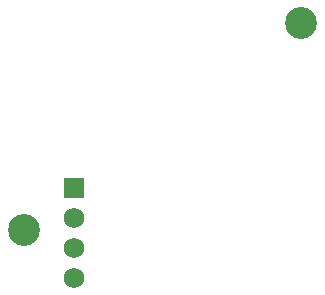
<source format=gbs>
G04*
G04 #@! TF.GenerationSoftware,Altium Limited,Altium Designer,20.2.7 (254)*
G04*
G04 Layer_Color=16711935*
%FSLAX25Y25*%
%MOIN*%
G70*
G04*
G04 #@! TF.SameCoordinates,169915AB-686D-4742-BC74-F916BFD2EF99*
G04*
G04*
G04 #@! TF.FilePolarity,Negative*
G04*
G01*
G75*
%ADD32C,0.06800*%
%ADD33R,0.06800X0.06800*%
%ADD34C,0.10642*%
D32*
X437008Y333347D02*
D03*
Y353346D02*
D03*
Y343347D02*
D03*
D33*
Y363347D02*
D03*
D34*
X420275Y349409D02*
D03*
X512795Y418307D02*
D03*
M02*

</source>
